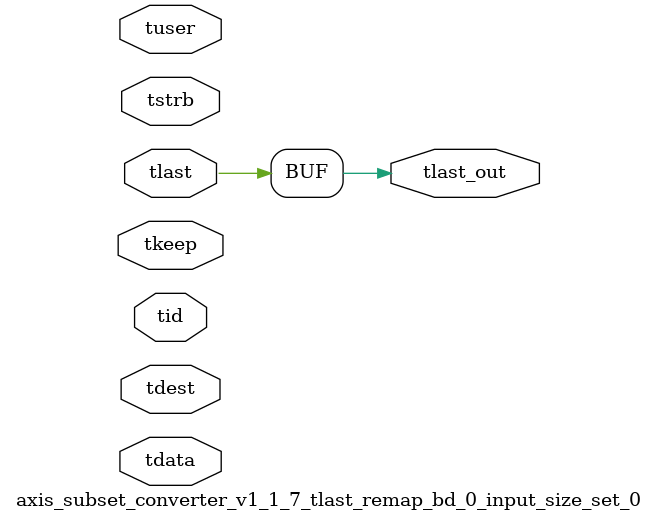
<source format=v>


`timescale 1ps/1ps

module axis_subset_converter_v1_1_7_tlast_remap_bd_0_input_size_set_0 #
(
parameter C_S_AXIS_TID_WIDTH   = 1,
parameter C_S_AXIS_TUSER_WIDTH = 0,
parameter C_S_AXIS_TDATA_WIDTH = 0,
parameter C_S_AXIS_TDEST_WIDTH = 0
)
(
input  [(C_S_AXIS_TID_WIDTH   == 0 ? 1 : C_S_AXIS_TID_WIDTH)-1:0       ] tid,
input  [(C_S_AXIS_TDATA_WIDTH == 0 ? 1 : C_S_AXIS_TDATA_WIDTH)-1:0     ] tdata,
input  [(C_S_AXIS_TUSER_WIDTH == 0 ? 1 : C_S_AXIS_TUSER_WIDTH)-1:0     ] tuser,
input  [(C_S_AXIS_TDEST_WIDTH == 0 ? 1 : C_S_AXIS_TDEST_WIDTH)-1:0     ] tdest,
input  [(C_S_AXIS_TDATA_WIDTH/8)-1:0 ] tkeep,
input  [(C_S_AXIS_TDATA_WIDTH/8)-1:0 ] tstrb,
input  [0:0]                                                             tlast,
output                                                                   tlast_out
);

assign tlast_out = {tlast[0]};

endmodule


</source>
